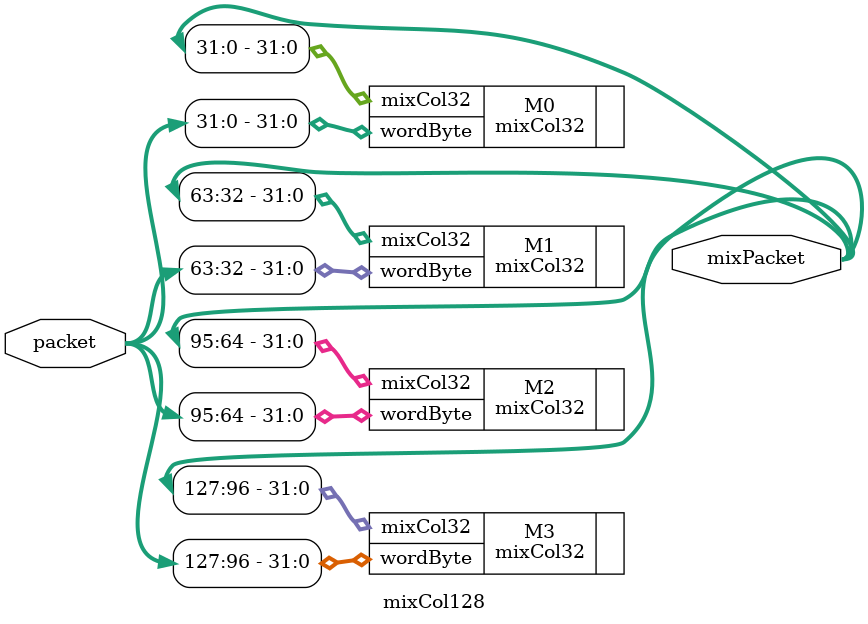
<source format=sv>
`timescale 1ns / 100ps

module mixCol128
(
	input logic [127:0] packet,
	output logic [127:0] mixPacket
);

mixCol32 M3 (
	.wordByte(packet[127:96]),
	.mixCol32(mixPacket[127:96])
);

mixCol32 M2 (
	.wordByte(packet[95:64]),
	.mixCol32(mixPacket[95:64])	
);

mixCol32 M1 (
	.wordByte(packet[63:32]),
	.mixCol32(mixPacket[63:32])
);

mixCol32 M0 (
	.wordByte(packet[31:0]),
	.mixCol32(mixPacket[31:0])
);

endmodule

</source>
